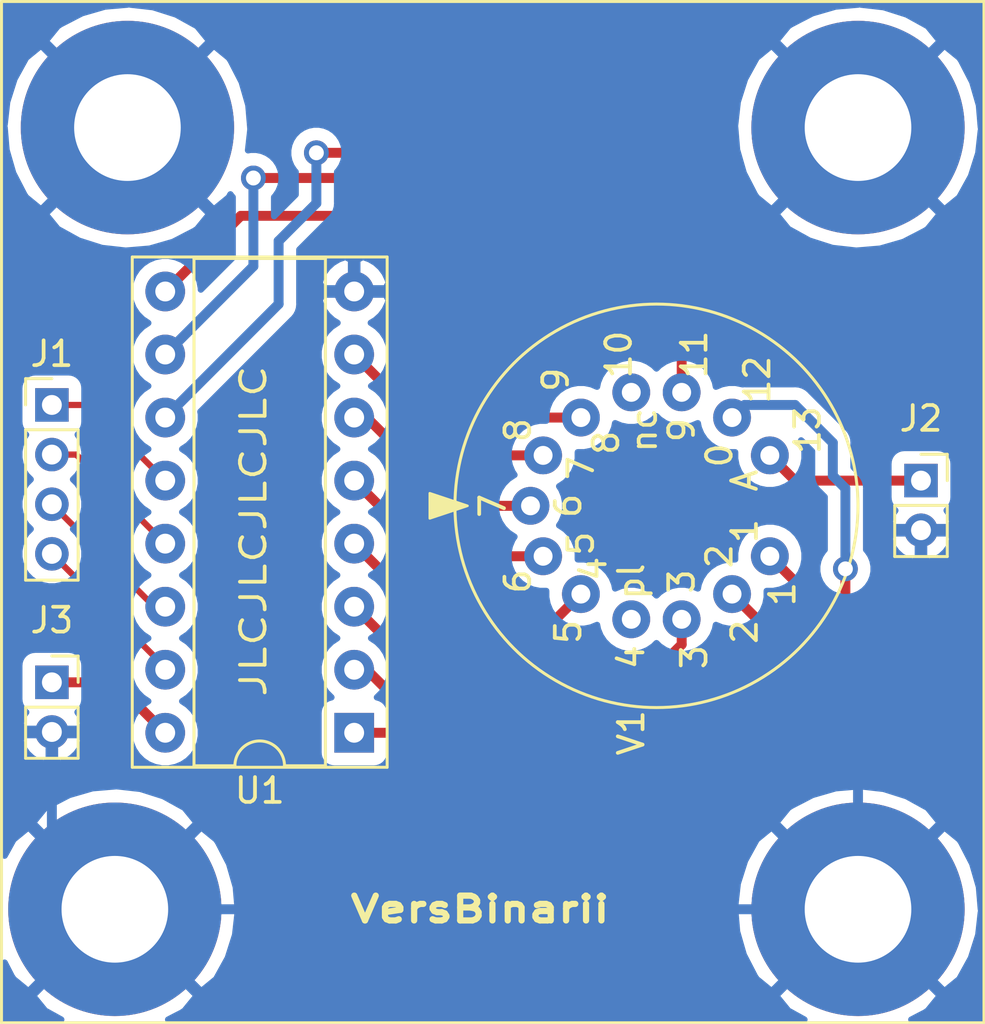
<source format=kicad_pcb>
(kicad_pcb (version 20171130) (host pcbnew 5.1.9)

  (general
    (thickness 1.6)
    (drawings 6)
    (tracks 89)
    (zones 0)
    (modules 9)
    (nets 20)
  )

  (page A4)
  (layers
    (0 F.Cu signal)
    (31 B.Cu signal)
    (32 B.Adhes user)
    (33 F.Adhes user)
    (34 B.Paste user)
    (35 F.Paste user)
    (36 B.SilkS user)
    (37 F.SilkS user)
    (38 B.Mask user)
    (39 F.Mask user)
    (40 Dwgs.User user)
    (41 Cmts.User user)
    (42 Eco1.User user)
    (43 Eco2.User user)
    (44 Edge.Cuts user)
    (45 Margin user)
    (46 B.CrtYd user)
    (47 F.CrtYd user)
    (48 B.Fab user)
    (49 F.Fab user hide)
  )

  (setup
    (last_trace_width 0.4)
    (user_trace_width 0.4)
    (user_trace_width 1)
    (trace_clearance 0.2)
    (zone_clearance 0.508)
    (zone_45_only no)
    (trace_min 0.2)
    (via_size 0.8)
    (via_drill 0.4)
    (via_min_size 0.4)
    (via_min_drill 0.3)
    (user_via 1 0.6)
    (uvia_size 0.3)
    (uvia_drill 0.1)
    (uvias_allowed no)
    (uvia_min_size 0.2)
    (uvia_min_drill 0.1)
    (edge_width 0.05)
    (segment_width 0.2)
    (pcb_text_width 0.3)
    (pcb_text_size 1.5 1.5)
    (mod_edge_width 0.12)
    (mod_text_size 1 1)
    (mod_text_width 0.15)
    (pad_size 1.524 1.524)
    (pad_drill 0.762)
    (pad_to_mask_clearance 0)
    (aux_axis_origin 0 0)
    (visible_elements FFFFFF7F)
    (pcbplotparams
      (layerselection 0x010fc_ffffffff)
      (usegerberextensions false)
      (usegerberattributes true)
      (usegerberadvancedattributes true)
      (creategerberjobfile true)
      (excludeedgelayer true)
      (linewidth 0.100000)
      (plotframeref false)
      (viasonmask false)
      (mode 1)
      (useauxorigin false)
      (hpglpennumber 1)
      (hpglpenspeed 20)
      (hpglpendiameter 15.000000)
      (psnegative false)
      (psa4output false)
      (plotreference true)
      (plotvalue true)
      (plotinvisibletext false)
      (padsonsilk false)
      (subtractmaskfromsilk false)
      (outputformat 1)
      (mirror false)
      (drillshape 0)
      (scaleselection 1)
      (outputdirectory "gerber"))
  )

  (net 0 "")
  (net 1 "Net-(J1-Pad4)")
  (net 2 "Net-(J1-Pad3)")
  (net 3 "Net-(J1-Pad2)")
  (net 4 "Net-(J1-Pad1)")
  (net 5 GND)
  (net 6 VCC)
  (net 7 +5V)
  (net 8 "Net-(U1-Pad7)")
  (net 9 "Net-(U1-Pad6)")
  (net 10 "Net-(U1-Pad5)")
  (net 11 "Net-(U1-Pad4)")
  (net 12 "Net-(U1-Pad11)")
  (net 13 "Net-(U1-Pad3)")
  (net 14 "Net-(U1-Pad10)")
  (net 15 "Net-(U1-Pad2)")
  (net 16 "Net-(U1-Pad9)")
  (net 17 "Net-(U1-Pad1)")
  (net 18 "Net-(V1-Pad10)")
  (net 19 "Net-(V1-Pad4)")

  (net_class Default "This is the default net class."
    (clearance 0.2)
    (trace_width 0.25)
    (via_dia 0.8)
    (via_drill 0.4)
    (uvia_dia 0.3)
    (uvia_drill 0.1)
    (add_net +5V)
    (add_net GND)
    (add_net "Net-(J1-Pad1)")
    (add_net "Net-(J1-Pad2)")
    (add_net "Net-(J1-Pad3)")
    (add_net "Net-(J1-Pad4)")
    (add_net "Net-(U1-Pad1)")
    (add_net "Net-(U1-Pad10)")
    (add_net "Net-(U1-Pad11)")
    (add_net "Net-(U1-Pad2)")
    (add_net "Net-(U1-Pad3)")
    (add_net "Net-(U1-Pad4)")
    (add_net "Net-(U1-Pad5)")
    (add_net "Net-(U1-Pad6)")
    (add_net "Net-(U1-Pad7)")
    (add_net "Net-(U1-Pad9)")
    (add_net "Net-(V1-Pad10)")
    (add_net "Net-(V1-Pad4)")
    (add_net VCC)
  )

  (module Package_DIP:DIP-16_W7.62mm_Socket (layer F.Cu) (tedit 5A02E8C5) (tstamp 604864E7)
    (at 85.344 70.104 180)
    (descr "16-lead though-hole mounted DIP package, row spacing 7.62 mm (300 mils), Socket")
    (tags "THT DIP DIL PDIP 2.54mm 7.62mm 300mil Socket")
    (path /604CBEF4)
    (fp_text reference U1 (at 3.81 -2.33) (layer F.SilkS)
      (effects (font (size 1 1) (thickness 0.15)))
    )
    (fp_text value 74LS145 (at 3.81 20.11) (layer F.Fab)
      (effects (font (size 1 1) (thickness 0.15)))
    )
    (fp_text user %R (at 3.81 8.89) (layer F.Fab)
      (effects (font (size 1 1) (thickness 0.15)))
    )
    (fp_arc (start 3.81 -1.33) (end 2.81 -1.33) (angle -180) (layer F.SilkS) (width 0.12))
    (fp_line (start 1.635 -1.27) (end 6.985 -1.27) (layer F.Fab) (width 0.1))
    (fp_line (start 6.985 -1.27) (end 6.985 19.05) (layer F.Fab) (width 0.1))
    (fp_line (start 6.985 19.05) (end 0.635 19.05) (layer F.Fab) (width 0.1))
    (fp_line (start 0.635 19.05) (end 0.635 -0.27) (layer F.Fab) (width 0.1))
    (fp_line (start 0.635 -0.27) (end 1.635 -1.27) (layer F.Fab) (width 0.1))
    (fp_line (start -1.27 -1.33) (end -1.27 19.11) (layer F.Fab) (width 0.1))
    (fp_line (start -1.27 19.11) (end 8.89 19.11) (layer F.Fab) (width 0.1))
    (fp_line (start 8.89 19.11) (end 8.89 -1.33) (layer F.Fab) (width 0.1))
    (fp_line (start 8.89 -1.33) (end -1.27 -1.33) (layer F.Fab) (width 0.1))
    (fp_line (start 2.81 -1.33) (end 1.16 -1.33) (layer F.SilkS) (width 0.12))
    (fp_line (start 1.16 -1.33) (end 1.16 19.11) (layer F.SilkS) (width 0.12))
    (fp_line (start 1.16 19.11) (end 6.46 19.11) (layer F.SilkS) (width 0.12))
    (fp_line (start 6.46 19.11) (end 6.46 -1.33) (layer F.SilkS) (width 0.12))
    (fp_line (start 6.46 -1.33) (end 4.81 -1.33) (layer F.SilkS) (width 0.12))
    (fp_line (start -1.33 -1.39) (end -1.33 19.17) (layer F.SilkS) (width 0.12))
    (fp_line (start -1.33 19.17) (end 8.95 19.17) (layer F.SilkS) (width 0.12))
    (fp_line (start 8.95 19.17) (end 8.95 -1.39) (layer F.SilkS) (width 0.12))
    (fp_line (start 8.95 -1.39) (end -1.33 -1.39) (layer F.SilkS) (width 0.12))
    (fp_line (start -1.55 -1.6) (end -1.55 19.4) (layer F.CrtYd) (width 0.05))
    (fp_line (start -1.55 19.4) (end 9.15 19.4) (layer F.CrtYd) (width 0.05))
    (fp_line (start 9.15 19.4) (end 9.15 -1.6) (layer F.CrtYd) (width 0.05))
    (fp_line (start 9.15 -1.6) (end -1.55 -1.6) (layer F.CrtYd) (width 0.05))
    (pad 16 thru_hole oval (at 7.62 0 180) (size 1.6 1.6) (drill 0.8) (layers *.Cu *.Mask)
      (net 7 +5V))
    (pad 8 thru_hole oval (at 0 17.78 180) (size 1.6 1.6) (drill 0.8) (layers *.Cu *.Mask)
      (net 5 GND))
    (pad 15 thru_hole oval (at 7.62 2.54 180) (size 1.6 1.6) (drill 0.8) (layers *.Cu *.Mask)
      (net 1 "Net-(J1-Pad4)"))
    (pad 7 thru_hole oval (at 0 15.24 180) (size 1.6 1.6) (drill 0.8) (layers *.Cu *.Mask)
      (net 8 "Net-(U1-Pad7)"))
    (pad 14 thru_hole oval (at 7.62 5.08 180) (size 1.6 1.6) (drill 0.8) (layers *.Cu *.Mask)
      (net 2 "Net-(J1-Pad3)"))
    (pad 6 thru_hole oval (at 0 12.7 180) (size 1.6 1.6) (drill 0.8) (layers *.Cu *.Mask)
      (net 9 "Net-(U1-Pad6)"))
    (pad 13 thru_hole oval (at 7.62 7.62 180) (size 1.6 1.6) (drill 0.8) (layers *.Cu *.Mask)
      (net 3 "Net-(J1-Pad2)"))
    (pad 5 thru_hole oval (at 0 10.16 180) (size 1.6 1.6) (drill 0.8) (layers *.Cu *.Mask)
      (net 10 "Net-(U1-Pad5)"))
    (pad 12 thru_hole oval (at 7.62 10.16 180) (size 1.6 1.6) (drill 0.8) (layers *.Cu *.Mask)
      (net 4 "Net-(J1-Pad1)"))
    (pad 4 thru_hole oval (at 0 7.62 180) (size 1.6 1.6) (drill 0.8) (layers *.Cu *.Mask)
      (net 11 "Net-(U1-Pad4)"))
    (pad 11 thru_hole oval (at 7.62 12.7 180) (size 1.6 1.6) (drill 0.8) (layers *.Cu *.Mask)
      (net 12 "Net-(U1-Pad11)"))
    (pad 3 thru_hole oval (at 0 5.08 180) (size 1.6 1.6) (drill 0.8) (layers *.Cu *.Mask)
      (net 13 "Net-(U1-Pad3)"))
    (pad 10 thru_hole oval (at 7.62 15.24 180) (size 1.6 1.6) (drill 0.8) (layers *.Cu *.Mask)
      (net 14 "Net-(U1-Pad10)"))
    (pad 2 thru_hole oval (at 0 2.54 180) (size 1.6 1.6) (drill 0.8) (layers *.Cu *.Mask)
      (net 15 "Net-(U1-Pad2)"))
    (pad 9 thru_hole oval (at 7.62 17.78 180) (size 1.6 1.6) (drill 0.8) (layers *.Cu *.Mask)
      (net 16 "Net-(U1-Pad9)"))
    (pad 1 thru_hole rect (at 0 0 180) (size 1.6 1.6) (drill 0.8) (layers *.Cu *.Mask)
      (net 17 "Net-(U1-Pad1)"))
    (model ${KISYS3DMOD}/Package_DIP.3dshapes/DIP-16_W7.62mm_Socket.wrl
      (at (xyz 0 0 0))
      (scale (xyz 1 1 1))
      (rotate (xyz 0 0 0))
    )
  )

  (module Connector_PinSocket_2.00mm:PinSocket_1x02_P2.00mm_Vertical (layer F.Cu) (tedit 5A19A42F) (tstamp 604864BB)
    (at 73.152 68.072)
    (descr "Through hole straight socket strip, 1x02, 2.00mm pitch, single row (from Kicad 4.0.7), script generated")
    (tags "Through hole socket strip THT 1x02 2.00mm single row")
    (path /6046A86F)
    (fp_text reference J3 (at 0 -2.5) (layer F.SilkS)
      (effects (font (size 1 1) (thickness 0.15)))
    )
    (fp_text value Conn_01x02 (at 0 4.5) (layer F.Fab)
      (effects (font (size 1 1) (thickness 0.15)))
    )
    (fp_text user %R (at 0 1 90) (layer F.Fab)
      (effects (font (size 1 1) (thickness 0.15)))
    )
    (fp_line (start -1 -1) (end 0.5 -1) (layer F.Fab) (width 0.1))
    (fp_line (start 0.5 -1) (end 1 -0.5) (layer F.Fab) (width 0.1))
    (fp_line (start 1 -0.5) (end 1 3) (layer F.Fab) (width 0.1))
    (fp_line (start 1 3) (end -1 3) (layer F.Fab) (width 0.1))
    (fp_line (start -1 3) (end -1 -1) (layer F.Fab) (width 0.1))
    (fp_line (start -1.06 1) (end 1.06 1) (layer F.SilkS) (width 0.12))
    (fp_line (start -1.06 1) (end -1.06 3.06) (layer F.SilkS) (width 0.12))
    (fp_line (start -1.06 3.06) (end 1.06 3.06) (layer F.SilkS) (width 0.12))
    (fp_line (start 1.06 1) (end 1.06 3.06) (layer F.SilkS) (width 0.12))
    (fp_line (start 1.06 -1.06) (end 1.06 0) (layer F.SilkS) (width 0.12))
    (fp_line (start 0 -1.06) (end 1.06 -1.06) (layer F.SilkS) (width 0.12))
    (fp_line (start -1.5 -1.5) (end 1.5 -1.5) (layer F.CrtYd) (width 0.05))
    (fp_line (start 1.5 -1.5) (end 1.5 3.5) (layer F.CrtYd) (width 0.05))
    (fp_line (start 1.5 3.5) (end -1.5 3.5) (layer F.CrtYd) (width 0.05))
    (fp_line (start -1.5 3.5) (end -1.5 -1.5) (layer F.CrtYd) (width 0.05))
    (pad 2 thru_hole oval (at 0 2) (size 1.35 1.35) (drill 0.8) (layers *.Cu *.Mask)
      (net 5 GND))
    (pad 1 thru_hole rect (at 0 0) (size 1.35 1.35) (drill 0.8) (layers *.Cu *.Mask)
      (net 7 +5V))
    (model ${KISYS3DMOD}/Connector_PinSocket_2.00mm.3dshapes/PinSocket_1x02_P2.00mm_Vertical.wrl
      (at (xyz 0 0 0))
      (scale (xyz 1 1 1))
      (rotate (xyz 0 0 0))
    )
  )

  (module Connector_PinSocket_2.00mm:PinSocket_1x02_P2.00mm_Vertical (layer F.Cu) (tedit 5A19A42F) (tstamp 604864A5)
    (at 108.204 59.944)
    (descr "Through hole straight socket strip, 1x02, 2.00mm pitch, single row (from Kicad 4.0.7), script generated")
    (tags "Through hole socket strip THT 1x02 2.00mm single row")
    (path /6046A057)
    (fp_text reference J2 (at 0 -2.5) (layer F.SilkS)
      (effects (font (size 1 1) (thickness 0.15)))
    )
    (fp_text value Conn_01x02 (at 0 4.5) (layer F.Fab)
      (effects (font (size 1 1) (thickness 0.15)))
    )
    (fp_text user %R (at 0 1 90) (layer F.Fab)
      (effects (font (size 1 1) (thickness 0.15)))
    )
    (fp_line (start -1 -1) (end 0.5 -1) (layer F.Fab) (width 0.1))
    (fp_line (start 0.5 -1) (end 1 -0.5) (layer F.Fab) (width 0.1))
    (fp_line (start 1 -0.5) (end 1 3) (layer F.Fab) (width 0.1))
    (fp_line (start 1 3) (end -1 3) (layer F.Fab) (width 0.1))
    (fp_line (start -1 3) (end -1 -1) (layer F.Fab) (width 0.1))
    (fp_line (start -1.06 1) (end 1.06 1) (layer F.SilkS) (width 0.12))
    (fp_line (start -1.06 1) (end -1.06 3.06) (layer F.SilkS) (width 0.12))
    (fp_line (start -1.06 3.06) (end 1.06 3.06) (layer F.SilkS) (width 0.12))
    (fp_line (start 1.06 1) (end 1.06 3.06) (layer F.SilkS) (width 0.12))
    (fp_line (start 1.06 -1.06) (end 1.06 0) (layer F.SilkS) (width 0.12))
    (fp_line (start 0 -1.06) (end 1.06 -1.06) (layer F.SilkS) (width 0.12))
    (fp_line (start -1.5 -1.5) (end 1.5 -1.5) (layer F.CrtYd) (width 0.05))
    (fp_line (start 1.5 -1.5) (end 1.5 3.5) (layer F.CrtYd) (width 0.05))
    (fp_line (start 1.5 3.5) (end -1.5 3.5) (layer F.CrtYd) (width 0.05))
    (fp_line (start -1.5 3.5) (end -1.5 -1.5) (layer F.CrtYd) (width 0.05))
    (pad 2 thru_hole oval (at 0 2) (size 1.35 1.35) (drill 0.8) (layers *.Cu *.Mask)
      (net 5 GND))
    (pad 1 thru_hole rect (at 0 0) (size 1.35 1.35) (drill 0.8) (layers *.Cu *.Mask)
      (net 6 VCC))
    (model ${KISYS3DMOD}/Connector_PinSocket_2.00mm.3dshapes/PinSocket_1x02_P2.00mm_Vertical.wrl
      (at (xyz 0 0 0))
      (scale (xyz 1 1 1))
      (rotate (xyz 0 0 0))
    )
  )

  (module nixie_footprint:nixie_z574m (layer F.Cu) (tedit 6045EC0A) (tstamp 6048784D)
    (at 97.536 60.96 90)
    (path /6046432A)
    (fp_text reference V1 (at -9.144 -1.016 90) (layer F.SilkS)
      (effects (font (size 1 1) (thickness 0.15)))
    )
    (fp_text value Z574M (at -0.508 -10.16 90) (layer F.Fab)
      (effects (font (size 1 1) (thickness 0.15)))
    )
    (fp_text user A (at 1.016 3.556 90) (layer F.SilkS)
      (effects (font (size 1 1) (thickness 0.15)))
    )
    (fp_text user 0 (at 2.032 2.54 90) (layer F.SilkS)
      (effects (font (size 1 1) (thickness 0.15)))
    )
    (fp_text user 9 (at 3.048 1.016 90) (layer F.SilkS)
      (effects (font (size 1 1) (thickness 0.15)))
    )
    (fp_text user nc (at 3.048 -0.508 90) (layer F.SilkS)
      (effects (font (size 1 1) (thickness 0.15)))
    )
    (fp_text user 8 (at 2.54 -2.032 90) (layer F.SilkS)
      (effects (font (size 1 1) (thickness 0.15)))
    )
    (fp_text user 7 (at 1.524 -3.048 90) (layer F.SilkS)
      (effects (font (size 1 1) (thickness 0.15)))
    )
    (fp_text user 6 (at 0 -3.556 90) (layer F.SilkS)
      (effects (font (size 1 1) (thickness 0.15)))
    )
    (fp_text user 5 (at -1.524 -3.048 90) (layer F.SilkS)
      (effects (font (size 1 1) (thickness 0.15)))
    )
    (fp_text user 4 (at -2.54 -2.54 90) (layer F.SilkS)
      (effects (font (size 1 1) (thickness 0.15)))
    )
    (fp_text user pl (at -3.048 -1.016 90) (layer F.SilkS)
      (effects (font (size 1 1) (thickness 0.15)))
    )
    (fp_text user 3 (at -3.048 1.016 90) (layer F.SilkS)
      (effects (font (size 1 1) (thickness 0.15)))
    )
    (fp_text user 2 (at -2.032 2.54 90) (layer F.SilkS)
      (effects (font (size 1 1) (thickness 0.15)))
    )
    (fp_text user 1 (at -1.016 3.556 90) (layer F.SilkS)
      (effects (font (size 1 1) (thickness 0.15)))
    )
    (fp_text user 13 (at 3.048 6.096 90) (layer F.SilkS)
      (effects (font (size 1 1) (thickness 0.15)))
    )
    (fp_text user 12 (at 5.08 4.064 90) (layer F.SilkS)
      (effects (font (size 1 1) (thickness 0.15)))
    )
    (fp_text user 11 (at 6.096 1.524 90) (layer F.SilkS)
      (effects (font (size 1 1) (thickness 0.15)))
    )
    (fp_text user 10 (at 6.096 -1.524 90) (layer F.SilkS)
      (effects (font (size 1 1) (thickness 0.15)))
    )
    (fp_text user 9 (at 5.08 -4.064 90) (layer F.SilkS)
      (effects (font (size 1 1) (thickness 0.15)))
    )
    (fp_text user 8 (at 3.048 -5.588 90) (layer F.SilkS)
      (effects (font (size 1 1) (thickness 0.15)))
    )
    (fp_text user 7 (at 0 -6.604 90) (layer F.SilkS)
      (effects (font (size 1 1) (thickness 0.15)))
    )
    (fp_text user 6 (at -3.048 -5.588 90) (layer F.SilkS)
      (effects (font (size 1 1) (thickness 0.15)))
    )
    (fp_text user 5 (at -5.08 -3.556 90) (layer F.SilkS)
      (effects (font (size 1 1) (thickness 0.15)))
    )
    (fp_text user 4 (at -6.096 -1.016 90) (layer F.SilkS)
      (effects (font (size 1 1) (thickness 0.15)))
    )
    (fp_text user 3 (at -6.096 1.524 90) (layer F.SilkS)
      (effects (font (size 1 1) (thickness 0.15)))
    )
    (fp_text user 2 (at -5.08 3.556 90) (layer F.SilkS)
      (effects (font (size 1 1) (thickness 0.15)))
    )
    (fp_text user 1 (at -3.556 5.08 90) (layer F.SilkS)
      (effects (font (size 1 1) (thickness 0.15)))
    )
    (fp_circle (center 0 0) (end 8.128 0) (layer F.SilkS) (width 0.12))
    (fp_poly (pts (xy 0 -7.62) (xy -0.508 -9.144) (xy 0.508 -9.144)) (layer F.SilkS) (width 0.1))
    (pad 12 thru_hole circle (at 3.556 3.048 90) (size 1.524 1.524) (drill 0.762) (layers *.Cu *.Mask)
      (net 17 "Net-(U1-Pad1)"))
    (pad 11 thru_hole circle (at 4.572 1.016 90) (size 1.524 1.524) (drill 0.762) (layers *.Cu *.Mask)
      (net 12 "Net-(U1-Pad11)"))
    (pad 10 thru_hole circle (at 4.572 -1.016 90) (size 1.524 1.524) (drill 0.762) (layers *.Cu *.Mask)
      (net 18 "Net-(V1-Pad10)"))
    (pad 9 thru_hole circle (at 3.556 -3.048 90) (size 1.524 1.524) (drill 0.762) (layers *.Cu *.Mask)
      (net 14 "Net-(U1-Pad10)"))
    (pad 8 thru_hole circle (at 2.032 -4.572 90) (size 1.524 1.524) (drill 0.762) (layers *.Cu *.Mask)
      (net 16 "Net-(U1-Pad9)"))
    (pad 7 thru_hole circle (at 0 -5.08 90) (size 1.524 1.524) (drill 0.762) (layers *.Cu *.Mask)
      (net 8 "Net-(U1-Pad7)"))
    (pad 6 thru_hole circle (at -2.032 -4.572 90) (size 1.524 1.524) (drill 0.762) (layers *.Cu *.Mask)
      (net 9 "Net-(U1-Pad6)"))
    (pad 5 thru_hole circle (at -3.556 -3.048 90) (size 1.524 1.524) (drill 0.762) (layers *.Cu *.Mask)
      (net 10 "Net-(U1-Pad5)"))
    (pad 4 thru_hole circle (at -4.572 -1.016 90) (size 1.524 1.524) (drill 0.762) (layers *.Cu *.Mask)
      (net 19 "Net-(V1-Pad4)"))
    (pad 3 thru_hole circle (at -4.572 1.016 90) (size 1.524 1.524) (drill 0.762) (layers *.Cu *.Mask)
      (net 11 "Net-(U1-Pad4)"))
    (pad 2 thru_hole circle (at -3.556 3.048 90) (size 1.524 1.524) (drill 0.762) (layers *.Cu *.Mask)
      (net 13 "Net-(U1-Pad3)"))
    (pad 1 thru_hole circle (at -2.032 4.572 90) (size 1.524 1.524) (drill 0.762) (layers *.Cu *.Mask)
      (net 15 "Net-(U1-Pad2)"))
    (pad 13 thru_hole circle (at 2.032 4.572 90) (size 1.524 1.524) (drill 0.762) (layers *.Cu *.Mask)
      (net 6 VCC))
  )

  (module MountingHole:MountingHole_4.3mm_M4_Pad (layer F.Cu) (tedit 56D1B4CB) (tstamp 60487095)
    (at 75.692 77.216)
    (descr "Mounting Hole 4.3mm, M4")
    (tags "mounting hole 4.3mm m4")
    (path /604F9262)
    (attr virtual)
    (fp_text reference H4 (at 0 -5.3) (layer F.SilkS) hide
      (effects (font (size 1 1) (thickness 0.15)))
    )
    (fp_text value MountingHole_Pad (at 0 5.3) (layer F.Fab) hide
      (effects (font (size 1 1) (thickness 0.15)))
    )
    (fp_text user %R (at 0.3 0) (layer F.Fab)
      (effects (font (size 1 1) (thickness 0.15)))
    )
    (fp_circle (center 0 0) (end 4.3 0) (layer Cmts.User) (width 0.15))
    (fp_circle (center 0 0) (end 4.55 0) (layer F.CrtYd) (width 0.05))
    (pad 1 thru_hole circle (at 0 0) (size 8.6 8.6) (drill 4.3) (layers *.Cu *.Mask)
      (net 5 GND))
  )

  (module MountingHole:MountingHole_4.3mm_M4_Pad (layer F.Cu) (tedit 56D1B4CB) (tstamp 6048708D)
    (at 105.664 77.216)
    (descr "Mounting Hole 4.3mm, M4")
    (tags "mounting hole 4.3mm m4")
    (path /604F8D53)
    (attr virtual)
    (fp_text reference H3 (at 0 -5.3) (layer F.SilkS) hide
      (effects (font (size 1 1) (thickness 0.15)))
    )
    (fp_text value MountingHole_Pad (at 0 5.3) (layer F.Fab) hide
      (effects (font (size 1 1) (thickness 0.15)))
    )
    (fp_text user %R (at 0.3 0) (layer F.Fab)
      (effects (font (size 1 1) (thickness 0.15)))
    )
    (fp_circle (center 0 0) (end 4.3 0) (layer Cmts.User) (width 0.15))
    (fp_circle (center 0 0) (end 4.55 0) (layer F.CrtYd) (width 0.05))
    (pad 1 thru_hole circle (at 0 0) (size 8.6 8.6) (drill 4.3) (layers *.Cu *.Mask)
      (net 5 GND))
  )

  (module MountingHole:MountingHole_4.3mm_M4_Pad (layer F.Cu) (tedit 56D1B4CB) (tstamp 60487254)
    (at 105.664 45.72)
    (descr "Mounting Hole 4.3mm, M4")
    (tags "mounting hole 4.3mm m4")
    (path /604F95D0)
    (attr virtual)
    (fp_text reference H2 (at 0 -5.3) (layer F.SilkS) hide
      (effects (font (size 1 1) (thickness 0.15)))
    )
    (fp_text value MountingHole_Pad (at 0 5.3) (layer F.Fab) hide
      (effects (font (size 1 1) (thickness 0.15)))
    )
    (fp_text user %R (at 0.3 0) (layer F.Fab)
      (effects (font (size 1 1) (thickness 0.15)))
    )
    (fp_circle (center 0 0) (end 4.3 0) (layer Cmts.User) (width 0.15))
    (fp_circle (center 0 0) (end 4.55 0) (layer F.CrtYd) (width 0.05))
    (pad 1 thru_hole circle (at 0 0) (size 8.6 8.6) (drill 4.3) (layers *.Cu *.Mask)
      (net 5 GND))
  )

  (module MountingHole:MountingHole_4.3mm_M4_Pad (layer F.Cu) (tedit 56D1B4CB) (tstamp 6048707D)
    (at 76.2 45.72)
    (descr "Mounting Hole 4.3mm, M4")
    (tags "mounting hole 4.3mm m4")
    (path /604F9BF0)
    (attr virtual)
    (fp_text reference H1 (at 0 -5.3) (layer F.SilkS) hide
      (effects (font (size 1 1) (thickness 0.15)))
    )
    (fp_text value MountingHole_Pad (at 0 5.3) (layer F.Fab) hide
      (effects (font (size 1 1) (thickness 0.15)))
    )
    (fp_text user %R (at 0.3 0) (layer F.Fab)
      (effects (font (size 1 1) (thickness 0.15)))
    )
    (fp_circle (center 0 0) (end 4.3 0) (layer Cmts.User) (width 0.15))
    (fp_circle (center 0 0) (end 4.55 0) (layer F.CrtYd) (width 0.05))
    (pad 1 thru_hole circle (at 0 0) (size 8.6 8.6) (drill 4.3) (layers *.Cu *.Mask)
      (net 5 GND))
  )

  (module Connector_PinHeader_2.00mm:PinHeader_1x04_P2.00mm_Vertical (layer F.Cu) (tedit 59FED667) (tstamp 6048693C)
    (at 73.152 56.896)
    (descr "Through hole straight pin header, 1x04, 2.00mm pitch, single row")
    (tags "Through hole pin header THT 1x04 2.00mm single row")
    (path /604693BF)
    (fp_text reference J1 (at 0 -2.06) (layer F.SilkS)
      (effects (font (size 1 1) (thickness 0.15)))
    )
    (fp_text value Conn_01x04 (at 0 8.06) (layer F.Fab)
      (effects (font (size 1 1) (thickness 0.15)))
    )
    (fp_text user %R (at 0 3 90) (layer F.Fab)
      (effects (font (size 1 1) (thickness 0.15)))
    )
    (fp_line (start -0.5 -1) (end 1 -1) (layer F.Fab) (width 0.1))
    (fp_line (start 1 -1) (end 1 7) (layer F.Fab) (width 0.1))
    (fp_line (start 1 7) (end -1 7) (layer F.Fab) (width 0.1))
    (fp_line (start -1 7) (end -1 -0.5) (layer F.Fab) (width 0.1))
    (fp_line (start -1 -0.5) (end -0.5 -1) (layer F.Fab) (width 0.1))
    (fp_line (start -1.06 7.06) (end 1.06 7.06) (layer F.SilkS) (width 0.12))
    (fp_line (start -1.06 1) (end -1.06 7.06) (layer F.SilkS) (width 0.12))
    (fp_line (start 1.06 1) (end 1.06 7.06) (layer F.SilkS) (width 0.12))
    (fp_line (start -1.06 1) (end 1.06 1) (layer F.SilkS) (width 0.12))
    (fp_line (start -1.06 0) (end -1.06 -1.06) (layer F.SilkS) (width 0.12))
    (fp_line (start -1.06 -1.06) (end 0 -1.06) (layer F.SilkS) (width 0.12))
    (fp_line (start -1.5 -1.5) (end -1.5 7.5) (layer F.CrtYd) (width 0.05))
    (fp_line (start -1.5 7.5) (end 1.5 7.5) (layer F.CrtYd) (width 0.05))
    (fp_line (start 1.5 7.5) (end 1.5 -1.5) (layer F.CrtYd) (width 0.05))
    (fp_line (start 1.5 -1.5) (end -1.5 -1.5) (layer F.CrtYd) (width 0.05))
    (pad 4 thru_hole oval (at 0 6) (size 1.35 1.35) (drill 0.8) (layers *.Cu *.Mask)
      (net 1 "Net-(J1-Pad4)"))
    (pad 3 thru_hole oval (at 0 4) (size 1.35 1.35) (drill 0.8) (layers *.Cu *.Mask)
      (net 2 "Net-(J1-Pad3)"))
    (pad 2 thru_hole oval (at 0 2) (size 1.35 1.35) (drill 0.8) (layers *.Cu *.Mask)
      (net 3 "Net-(J1-Pad2)"))
    (pad 1 thru_hole rect (at 0 0) (size 1.35 1.35) (drill 0.8) (layers *.Cu *.Mask)
      (net 4 "Net-(J1-Pad1)"))
    (model ${KISYS3DMOD}/Connector_PinHeader_2.00mm.3dshapes/PinHeader_1x04_P2.00mm_Vertical.wrl
      (at (xyz 0 0 0))
      (scale (xyz 1 1 1))
      (rotate (xyz 0 0 0))
    )
  )

  (gr_text JLCJLCJLCJLC (at 81.28 61.976 90) (layer F.SilkS)
    (effects (font (size 1 1.3) (thickness 0.15)))
  )
  (gr_text VersBinarii (at 90.424 77.216) (layer F.SilkS)
    (effects (font (size 1 1.3) (thickness 0.25)))
  )
  (gr_line (start 71.12 81.788) (end 71.12 40.64) (layer F.SilkS) (width 0.12) (tstamp 60487F0E))
  (gr_line (start 110.744 81.788) (end 71.12 81.788) (layer F.SilkS) (width 0.12))
  (gr_line (start 110.744 40.64) (end 110.744 81.788) (layer F.SilkS) (width 0.12))
  (gr_line (start 71.12 40.64) (end 110.744 40.64) (layer F.SilkS) (width 0.12))

  (segment (start 77.724 67.468) (end 77.724 67.564) (width 0.25) (layer F.Cu) (net 1))
  (segment (start 73.152 62.896) (end 77.724 67.468) (width 0.25) (layer F.Cu) (net 1))
  (segment (start 77.28 65.024) (end 77.724 65.024) (width 0.25) (layer F.Cu) (net 2))
  (segment (start 73.152 60.896) (end 77.28 65.024) (width 0.25) (layer F.Cu) (net 2))
  (segment (start 74.136 58.896) (end 77.724 62.484) (width 0.25) (layer F.Cu) (net 3))
  (segment (start 73.152 58.896) (end 74.136 58.896) (width 0.25) (layer F.Cu) (net 3))
  (segment (start 74.676 56.896) (end 77.724 59.944) (width 0.25) (layer F.Cu) (net 4))
  (segment (start 73.152 56.896) (end 74.676 56.896) (width 0.25) (layer F.Cu) (net 4))
  (segment (start 73.152 74.676) (end 75.692 77.216) (width 0.4) (layer B.Cu) (net 5))
  (segment (start 73.152 70.072) (end 73.152 74.676) (width 0.4) (layer B.Cu) (net 5))
  (segment (start 75.692 77.216) (end 105.664 77.216) (width 0.4) (layer B.Cu) (net 5))
  (segment (start 108.204 67.056) (end 108.204 61.944) (width 0.4) (layer B.Cu) (net 5))
  (segment (start 105.664 69.596) (end 108.204 67.056) (width 0.4) (layer B.Cu) (net 5))
  (segment (start 105.664 77.216) (end 105.664 69.596) (width 0.4) (layer B.Cu) (net 5))
  (segment (start 103.124 59.944) (end 102.108 58.928) (width 0.4) (layer F.Cu) (net 6))
  (segment (start 108.204 59.944) (end 103.124 59.944) (width 0.4) (layer F.Cu) (net 6))
  (segment (start 75.692 68.072) (end 77.724 70.104) (width 0.4) (layer F.Cu) (net 7))
  (segment (start 73.152 68.072) (end 75.692 68.072) (width 0.4) (layer F.Cu) (net 7))
  (segment (start 92.456 60.96) (end 90.932 60.96) (width 0.4) (layer F.Cu) (net 8))
  (segment (start 90.932 60.96) (end 87.376 57.404) (width 0.4) (layer F.Cu) (net 8))
  (segment (start 87.376 57.404) (end 87.376 56.896) (width 0.4) (layer F.Cu) (net 8))
  (segment (start 87.376 56.896) (end 85.344 54.864) (width 0.4) (layer F.Cu) (net 8))
  (segment (start 85.852 57.404) (end 85.344 57.404) (width 0.4) (layer F.Cu) (net 9))
  (segment (start 89.408 60.96) (end 85.852 57.404) (width 0.4) (layer F.Cu) (net 9))
  (segment (start 89.408 62.484) (end 89.408 60.96) (width 0.4) (layer F.Cu) (net 9))
  (segment (start 89.916 62.992) (end 89.408 62.484) (width 0.4) (layer F.Cu) (net 9))
  (segment (start 92.964 62.992) (end 89.916 62.992) (width 0.4) (layer F.Cu) (net 9))
  (segment (start 87.884 61.468) (end 86.868 61.468) (width 0.4) (layer F.Cu) (net 10))
  (segment (start 87.884 64.008) (end 87.884 61.468) (width 0.4) (layer F.Cu) (net 10))
  (segment (start 86.868 61.468) (end 85.344 59.944) (width 0.4) (layer F.Cu) (net 10))
  (segment (start 89.408 65.532) (end 87.884 64.008) (width 0.4) (layer F.Cu) (net 10))
  (segment (start 93.472 65.532) (end 89.408 65.532) (width 0.4) (layer F.Cu) (net 10))
  (segment (start 94.488 64.516) (end 93.472 65.532) (width 0.4) (layer F.Cu) (net 10))
  (segment (start 86.868 64.008) (end 85.344 62.484) (width 0.4) (layer F.Cu) (net 11))
  (segment (start 86.868 64.516) (end 86.868 64.008) (width 0.4) (layer F.Cu) (net 11))
  (segment (start 88.9 66.548) (end 86.868 64.516) (width 0.4) (layer F.Cu) (net 11))
  (segment (start 88.9 67.056) (end 88.9 66.548) (width 0.4) (layer F.Cu) (net 11))
  (segment (start 98.044 67.056) (end 88.9 67.056) (width 0.4) (layer F.Cu) (net 11))
  (segment (start 98.552 66.548) (end 98.044 67.056) (width 0.4) (layer F.Cu) (net 11))
  (segment (start 98.552 65.532) (end 98.552 66.548) (width 0.4) (layer F.Cu) (net 11))
  (segment (start 98.552 56.388) (end 98.552 54.864) (width 0.4) (layer F.Cu) (net 12))
  (segment (start 98.552 54.864) (end 97.028 53.34) (width 0.4) (layer F.Cu) (net 12))
  (segment (start 97.028 53.34) (end 90.932 53.34) (width 0.4) (layer F.Cu) (net 12))
  (segment (start 90.932 53.34) (end 90.932 50.292) (width 0.4) (layer F.Cu) (net 12))
  (segment (start 90.932 50.292) (end 87.376 46.736) (width 0.4) (layer F.Cu) (net 12))
  (segment (start 87.376 46.736) (end 83.82 46.736) (width 0.4) (layer F.Cu) (net 12))
  (segment (start 83.82 46.736) (end 83.82 46.736) (width 0.4) (layer F.Cu) (net 12) (tstamp 60487F6A))
  (via (at 83.82 46.736) (size 1) (drill 0.6) (layers F.Cu B.Cu) (net 12))
  (segment (start 83.82 46.736) (end 83.82 48.768) (width 0.4) (layer B.Cu) (net 12))
  (segment (start 83.82 48.768) (end 82.296 50.292) (width 0.4) (layer B.Cu) (net 12))
  (segment (start 82.296 52.832) (end 77.724 57.404) (width 0.4) (layer B.Cu) (net 12))
  (segment (start 82.296 50.292) (end 82.296 52.832) (width 0.4) (layer B.Cu) (net 12))
  (segment (start 88.392 68.072) (end 85.344 65.024) (width 0.4) (layer F.Cu) (net 13))
  (segment (start 102.108 67.056) (end 101.092 68.072) (width 0.4) (layer F.Cu) (net 13))
  (segment (start 102.108 66.04) (end 102.108 67.056) (width 0.4) (layer F.Cu) (net 13))
  (segment (start 101.092 68.072) (end 88.392 68.072) (width 0.4) (layer F.Cu) (net 13))
  (segment (start 100.584 64.516) (end 102.108 66.04) (width 0.4) (layer F.Cu) (net 13))
  (segment (start 94.488 57.404) (end 92.964 57.404) (width 0.4) (layer F.Cu) (net 14))
  (segment (start 92.964 57.404) (end 89.408 53.848) (width 0.4) (layer F.Cu) (net 14))
  (segment (start 89.408 53.848) (end 89.408 50.8) (width 0.4) (layer F.Cu) (net 14))
  (segment (start 89.408 50.8) (end 86.36 47.752) (width 0.4) (layer F.Cu) (net 14))
  (segment (start 86.36 47.752) (end 81.28 47.752) (width 0.4) (layer F.Cu) (net 14))
  (segment (start 81.28 47.752) (end 81.28 47.752) (width 0.4) (layer F.Cu) (net 14) (tstamp 60487F68))
  (via (at 81.28 47.752) (size 1) (drill 0.6) (layers F.Cu B.Cu) (net 14))
  (segment (start 81.28 51.308) (end 77.724 54.864) (width 0.4) (layer B.Cu) (net 14))
  (segment (start 81.28 47.752) (end 81.28 51.308) (width 0.4) (layer B.Cu) (net 14))
  (segment (start 85.852 67.564) (end 85.344 67.564) (width 0.4) (layer F.Cu) (net 15))
  (segment (start 101.6 69.088) (end 87.376 69.088) (width 0.4) (layer F.Cu) (net 15))
  (segment (start 104.14 66.548) (end 101.6 69.088) (width 0.4) (layer F.Cu) (net 15))
  (segment (start 104.14 65.024) (end 104.14 66.548) (width 0.4) (layer F.Cu) (net 15))
  (segment (start 87.376 69.088) (end 85.852 67.564) (width 0.4) (layer F.Cu) (net 15))
  (segment (start 102.108 62.992) (end 104.14 65.024) (width 0.4) (layer F.Cu) (net 15))
  (segment (start 80.772 49.276) (end 77.724 52.324) (width 0.4) (layer F.Cu) (net 16))
  (segment (start 86.36 49.276) (end 80.772 49.276) (width 0.4) (layer F.Cu) (net 16))
  (segment (start 87.376 50.292) (end 86.36 49.276) (width 0.4) (layer F.Cu) (net 16))
  (segment (start 87.376 54.864) (end 87.376 50.292) (width 0.4) (layer F.Cu) (net 16))
  (segment (start 91.44 58.928) (end 87.376 54.864) (width 0.4) (layer F.Cu) (net 16))
  (segment (start 92.964 58.928) (end 91.44 58.928) (width 0.4) (layer F.Cu) (net 16))
  (segment (start 105.156 63.5) (end 105.156 63.5) (width 0.4) (layer F.Cu) (net 17) (tstamp 60487F2A))
  (via (at 105.156 63.5) (size 1) (drill 0.6) (layers F.Cu B.Cu) (net 17))
  (segment (start 105.156 60.256238) (end 104.648 59.748238) (width 0.4) (layer B.Cu) (net 17))
  (segment (start 105.156 63.5) (end 105.156 60.256238) (width 0.4) (layer B.Cu) (net 17))
  (segment (start 104.648 59.748238) (end 104.648 58.42) (width 0.4) (layer B.Cu) (net 17))
  (segment (start 104.648 58.42) (end 103.124 56.896) (width 0.4) (layer B.Cu) (net 17))
  (segment (start 101.092 56.896) (end 100.584 57.404) (width 0.4) (layer B.Cu) (net 17))
  (segment (start 103.124 56.896) (end 101.092 56.896) (width 0.4) (layer B.Cu) (net 17))
  (segment (start 105.156 67.056) (end 105.156 63.5) (width 0.4) (layer F.Cu) (net 17))
  (segment (start 102.108 70.104) (end 105.156 67.056) (width 0.4) (layer F.Cu) (net 17))
  (segment (start 85.344 70.104) (end 102.108 70.104) (width 0.4) (layer F.Cu) (net 17))

  (zone (net 5) (net_name GND) (layer B.Cu) (tstamp 604880AA) (hatch edge 0.508)
    (connect_pads (clearance 0.508))
    (min_thickness 0.254)
    (fill yes (arc_segments 32) (thermal_gap 0.508) (thermal_bridge_width 0.508))
    (polygon
      (pts
        (xy 110.744 81.788) (xy 71.12 81.788) (xy 71.12 40.64) (xy 110.744 40.64)
      )
    )
    (filled_polygon
      (pts
        (xy 75.299079 40.843649) (xy 74.365062 41.113107) (xy 73.50156 41.559606) (xy 73.388946 41.634851) (xy 72.896787 42.237182)
        (xy 76.2 45.540395) (xy 79.503213 42.237182) (xy 79.011054 41.634851) (xy 78.160067 41.164937) (xy 77.233757 40.870071)
        (xy 76.31593 40.767) (xy 105.667814 40.767) (xy 104.763079 40.843649) (xy 103.829062 41.113107) (xy 102.96556 41.559606)
        (xy 102.852946 41.634851) (xy 102.360787 42.237182) (xy 105.664 45.540395) (xy 108.967213 42.237182) (xy 108.475054 41.634851)
        (xy 107.624067 41.164937) (xy 106.697757 40.870071) (xy 105.77993 40.767) (xy 110.617 40.767) (xy 110.617 45.723814)
        (xy 110.540351 44.819079) (xy 110.270893 43.885062) (xy 109.824394 43.02156) (xy 109.749149 42.908946) (xy 109.146818 42.416787)
        (xy 105.843605 45.72) (xy 109.146818 49.023213) (xy 109.749149 48.531054) (xy 110.219063 47.680067) (xy 110.513929 46.753757)
        (xy 110.617 45.83593) (xy 110.617 77.219814) (xy 110.540351 76.315079) (xy 110.270893 75.381062) (xy 109.824394 74.51756)
        (xy 109.749149 74.404946) (xy 109.146818 73.912787) (xy 105.843605 77.216) (xy 109.146818 80.519213) (xy 109.749149 80.027054)
        (xy 110.219063 79.176067) (xy 110.513929 78.249757) (xy 110.617 77.33193) (xy 110.617 81.661) (xy 107.812029 81.661)
        (xy 108.36244 81.376394) (xy 108.475054 81.301149) (xy 108.967213 80.698818) (xy 105.664 77.395605) (xy 102.360787 80.698818)
        (xy 102.852946 81.301149) (xy 103.504615 81.661) (xy 77.840029 81.661) (xy 78.39044 81.376394) (xy 78.503054 81.301149)
        (xy 78.995213 80.698818) (xy 75.692 77.395605) (xy 72.388787 80.698818) (xy 72.880946 81.301149) (xy 73.532615 81.661)
        (xy 71.247 81.661) (xy 71.247 79.364029) (xy 71.531606 79.91444) (xy 71.606851 80.027054) (xy 72.209182 80.519213)
        (xy 75.512395 77.216) (xy 75.871605 77.216) (xy 79.174818 80.519213) (xy 79.777149 80.027054) (xy 80.247063 79.176067)
        (xy 80.541929 78.249757) (xy 80.650414 77.283719) (xy 80.63894 77.148281) (xy 100.705586 77.148281) (xy 100.787649 78.116921)
        (xy 101.057107 79.050938) (xy 101.503606 79.91444) (xy 101.578851 80.027054) (xy 102.181182 80.519213) (xy 105.484395 77.216)
        (xy 102.181182 73.912787) (xy 101.578851 74.404946) (xy 101.108937 75.255933) (xy 100.814071 76.182243) (xy 100.705586 77.148281)
        (xy 80.63894 77.148281) (xy 80.568351 76.315079) (xy 80.298893 75.381062) (xy 79.852394 74.51756) (xy 79.777149 74.404946)
        (xy 79.174818 73.912787) (xy 75.871605 77.216) (xy 75.512395 77.216) (xy 72.209182 73.912787) (xy 71.606851 74.404946)
        (xy 71.247 75.056615) (xy 71.247 73.733182) (xy 72.388787 73.733182) (xy 75.692 77.036395) (xy 78.995213 73.733182)
        (xy 102.360787 73.733182) (xy 105.664 77.036395) (xy 108.967213 73.733182) (xy 108.475054 73.130851) (xy 107.624067 72.660937)
        (xy 106.697757 72.366071) (xy 105.731719 72.257586) (xy 104.763079 72.339649) (xy 103.829062 72.609107) (xy 102.96556 73.055606)
        (xy 102.852946 73.130851) (xy 102.360787 73.733182) (xy 78.995213 73.733182) (xy 78.503054 73.130851) (xy 77.652067 72.660937)
        (xy 76.725757 72.366071) (xy 75.759719 72.257586) (xy 74.791079 72.339649) (xy 73.857062 72.609107) (xy 72.99356 73.055606)
        (xy 72.880946 73.130851) (xy 72.388787 73.733182) (xy 71.247 73.733182) (xy 71.247 70.4014) (xy 71.88409 70.4014)
        (xy 71.914762 70.502528) (xy 72.022527 70.735629) (xy 72.173697 70.943227) (xy 72.362463 71.117344) (xy 72.58157 71.251289)
        (xy 72.822599 71.339915) (xy 73.025 71.217085) (xy 73.025 70.199) (xy 73.279 70.199) (xy 73.279 71.217085)
        (xy 73.481401 71.339915) (xy 73.72243 71.251289) (xy 73.941537 71.117344) (xy 74.130303 70.943227) (xy 74.281473 70.735629)
        (xy 74.389238 70.502528) (xy 74.41991 70.4014) (xy 74.296224 70.199) (xy 73.279 70.199) (xy 73.025 70.199)
        (xy 72.007776 70.199) (xy 71.88409 70.4014) (xy 71.247 70.4014) (xy 71.247 67.397) (xy 71.838928 67.397)
        (xy 71.838928 68.747) (xy 71.851188 68.871482) (xy 71.887498 68.99118) (xy 71.946463 69.101494) (xy 72.025815 69.198185)
        (xy 72.119559 69.275119) (xy 72.022527 69.408371) (xy 71.914762 69.641472) (xy 71.88409 69.7426) (xy 72.007776 69.945)
        (xy 73.025 69.945) (xy 73.025 69.925) (xy 73.279 69.925) (xy 73.279 69.945) (xy 74.296224 69.945)
        (xy 74.41991 69.7426) (xy 74.389238 69.641472) (xy 74.281473 69.408371) (xy 74.184441 69.275119) (xy 74.278185 69.198185)
        (xy 74.357537 69.101494) (xy 74.416502 68.99118) (xy 74.452812 68.871482) (xy 74.465072 68.747) (xy 74.465072 67.397)
        (xy 74.452812 67.272518) (xy 74.416502 67.15282) (xy 74.357537 67.042506) (xy 74.278185 66.945815) (xy 74.181494 66.866463)
        (xy 74.07118 66.807498) (xy 73.951482 66.771188) (xy 73.827 66.758928) (xy 72.477 66.758928) (xy 72.352518 66.771188)
        (xy 72.23282 66.807498) (xy 72.122506 66.866463) (xy 72.025815 66.945815) (xy 71.946463 67.042506) (xy 71.887498 67.15282)
        (xy 71.851188 67.272518) (xy 71.838928 67.397) (xy 71.247 67.397) (xy 71.247 56.221) (xy 71.838928 56.221)
        (xy 71.838928 57.571) (xy 71.851188 57.695482) (xy 71.887498 57.81518) (xy 71.946463 57.925494) (xy 72.025815 58.022185)
        (xy 72.112697 58.093487) (xy 71.991093 58.275482) (xy 71.892342 58.513887) (xy 71.842 58.766976) (xy 71.842 59.025024)
        (xy 71.892342 59.278113) (xy 71.991093 59.516518) (xy 72.134456 59.731077) (xy 72.299379 59.896) (xy 72.134456 60.060923)
        (xy 71.991093 60.275482) (xy 71.892342 60.513887) (xy 71.842 60.766976) (xy 71.842 61.025024) (xy 71.892342 61.278113)
        (xy 71.991093 61.516518) (xy 72.134456 61.731077) (xy 72.299379 61.896) (xy 72.134456 62.060923) (xy 71.991093 62.275482)
        (xy 71.892342 62.513887) (xy 71.842 62.766976) (xy 71.842 63.025024) (xy 71.892342 63.278113) (xy 71.991093 63.516518)
        (xy 72.134456 63.731077) (xy 72.316923 63.913544) (xy 72.531482 64.056907) (xy 72.769887 64.155658) (xy 73.022976 64.206)
        (xy 73.281024 64.206) (xy 73.534113 64.155658) (xy 73.772518 64.056907) (xy 73.987077 63.913544) (xy 74.169544 63.731077)
        (xy 74.312907 63.516518) (xy 74.411658 63.278113) (xy 74.462 63.025024) (xy 74.462 62.766976) (xy 74.411658 62.513887)
        (xy 74.312907 62.275482) (xy 74.169544 62.060923) (xy 74.004621 61.896) (xy 74.169544 61.731077) (xy 74.312907 61.516518)
        (xy 74.411658 61.278113) (xy 74.462 61.025024) (xy 74.462 60.766976) (xy 74.411658 60.513887) (xy 74.312907 60.275482)
        (xy 74.169544 60.060923) (xy 74.004621 59.896) (xy 74.169544 59.731077) (xy 74.312907 59.516518) (xy 74.411658 59.278113)
        (xy 74.462 59.025024) (xy 74.462 58.766976) (xy 74.411658 58.513887) (xy 74.312907 58.275482) (xy 74.191303 58.093487)
        (xy 74.278185 58.022185) (xy 74.357537 57.925494) (xy 74.416502 57.81518) (xy 74.452812 57.695482) (xy 74.465072 57.571)
        (xy 74.465072 56.221) (xy 74.452812 56.096518) (xy 74.416502 55.97682) (xy 74.357537 55.866506) (xy 74.278185 55.769815)
        (xy 74.181494 55.690463) (xy 74.07118 55.631498) (xy 73.951482 55.595188) (xy 73.827 55.582928) (xy 72.477 55.582928)
        (xy 72.352518 55.595188) (xy 72.23282 55.631498) (xy 72.122506 55.690463) (xy 72.025815 55.769815) (xy 71.946463 55.866506)
        (xy 71.887498 55.97682) (xy 71.851188 56.096518) (xy 71.838928 56.221) (xy 71.247 56.221) (xy 71.247 52.182665)
        (xy 76.289 52.182665) (xy 76.289 52.465335) (xy 76.344147 52.742574) (xy 76.45232 53.003727) (xy 76.609363 53.238759)
        (xy 76.809241 53.438637) (xy 77.041759 53.594) (xy 76.809241 53.749363) (xy 76.609363 53.949241) (xy 76.45232 54.184273)
        (xy 76.344147 54.445426) (xy 76.289 54.722665) (xy 76.289 55.005335) (xy 76.344147 55.282574) (xy 76.45232 55.543727)
        (xy 76.609363 55.778759) (xy 76.809241 55.978637) (xy 77.041759 56.134) (xy 76.809241 56.289363) (xy 76.609363 56.489241)
        (xy 76.45232 56.724273) (xy 76.344147 56.985426) (xy 76.289 57.262665) (xy 76.289 57.545335) (xy 76.344147 57.822574)
        (xy 76.45232 58.083727) (xy 76.609363 58.318759) (xy 76.809241 58.518637) (xy 77.041759 58.674) (xy 76.809241 58.829363)
        (xy 76.609363 59.029241) (xy 76.45232 59.264273) (xy 76.344147 59.525426) (xy 76.289 59.802665) (xy 76.289 60.085335)
        (xy 76.344147 60.362574) (xy 76.45232 60.623727) (xy 76.609363 60.858759) (xy 76.809241 61.058637) (xy 77.041759 61.214)
        (xy 76.809241 61.369363) (xy 76.609363 61.569241) (xy 76.45232 61.804273) (xy 76.344147 62.065426) (xy 76.289 62.342665)
        (xy 76.289 62.625335) (xy 76.344147 62.902574) (xy 76.45232 63.163727) (xy 76.609363 63.398759) (xy 76.809241 63.598637)
        (xy 77.041759 63.754) (xy 76.809241 63.909363) (xy 76.609363 64.109241) (xy 76.45232 64.344273) (xy 76.344147 64.605426)
        (xy 76.289 64.882665) (xy 76.289 65.165335) (xy 76.344147 65.442574) (xy 76.45232 65.703727) (xy 76.609363 65.938759)
        (xy 76.809241 66.138637) (xy 77.041759 66.294) (xy 76.809241 66.449363) (xy 76.609363 66.649241) (xy 76.45232 66.884273)
        (xy 76.344147 67.145426) (xy 76.289 67.422665) (xy 76.289 67.705335) (xy 76.344147 67.982574) (xy 76.45232 68.243727)
        (xy 76.609363 68.478759) (xy 76.809241 68.678637) (xy 77.041759 68.834) (xy 76.809241 68.989363) (xy 76.609363 69.189241)
        (xy 76.45232 69.424273) (xy 76.344147 69.685426) (xy 76.289 69.962665) (xy 76.289 70.245335) (xy 76.344147 70.522574)
        (xy 76.45232 70.783727) (xy 76.609363 71.018759) (xy 76.809241 71.218637) (xy 77.044273 71.37568) (xy 77.305426 71.483853)
        (xy 77.582665 71.539) (xy 77.865335 71.539) (xy 78.142574 71.483853) (xy 78.403727 71.37568) (xy 78.638759 71.218637)
        (xy 78.838637 71.018759) (xy 78.99568 70.783727) (xy 79.103853 70.522574) (xy 79.159 70.245335) (xy 79.159 69.962665)
        (xy 79.103853 69.685426) (xy 78.99568 69.424273) (xy 78.915317 69.304) (xy 83.905928 69.304) (xy 83.905928 70.904)
        (xy 83.918188 71.028482) (xy 83.954498 71.14818) (xy 84.013463 71.258494) (xy 84.092815 71.355185) (xy 84.189506 71.434537)
        (xy 84.29982 71.493502) (xy 84.419518 71.529812) (xy 84.544 71.542072) (xy 86.144 71.542072) (xy 86.268482 71.529812)
        (xy 86.38818 71.493502) (xy 86.498494 71.434537) (xy 86.595185 71.355185) (xy 86.674537 71.258494) (xy 86.733502 71.14818)
        (xy 86.769812 71.028482) (xy 86.782072 70.904) (xy 86.782072 69.304) (xy 86.769812 69.179518) (xy 86.733502 69.05982)
        (xy 86.674537 68.949506) (xy 86.595185 68.852815) (xy 86.498494 68.773463) (xy 86.38818 68.714498) (xy 86.268482 68.678188)
        (xy 86.260039 68.677357) (xy 86.458637 68.478759) (xy 86.61568 68.243727) (xy 86.723853 67.982574) (xy 86.779 67.705335)
        (xy 86.779 67.422665) (xy 86.723853 67.145426) (xy 86.61568 66.884273) (xy 86.458637 66.649241) (xy 86.258759 66.449363)
        (xy 86.026241 66.294) (xy 86.258759 66.138637) (xy 86.458637 65.938759) (xy 86.61568 65.703727) (xy 86.723853 65.442574)
        (xy 86.779 65.165335) (xy 86.779 64.882665) (xy 86.723853 64.605426) (xy 86.61568 64.344273) (xy 86.458637 64.109241)
        (xy 86.258759 63.909363) (xy 86.026241 63.754) (xy 86.258759 63.598637) (xy 86.458637 63.398759) (xy 86.61568 63.163727)
        (xy 86.723853 62.902574) (xy 86.779 62.625335) (xy 86.779 62.342665) (xy 86.723853 62.065426) (xy 86.61568 61.804273)
        (xy 86.458637 61.569241) (xy 86.258759 61.369363) (xy 86.026241 61.214) (xy 86.258759 61.058637) (xy 86.458637 60.858759)
        (xy 86.482925 60.822408) (xy 91.059 60.822408) (xy 91.059 61.097592) (xy 91.112686 61.36749) (xy 91.217995 61.621727)
        (xy 91.37088 61.850535) (xy 91.565465 62.04512) (xy 91.794273 62.198005) (xy 91.810017 62.204526) (xy 91.725995 62.330273)
        (xy 91.620686 62.58451) (xy 91.567 62.854408) (xy 91.567 63.129592) (xy 91.620686 63.39949) (xy 91.725995 63.653727)
        (xy 91.87888 63.882535) (xy 92.073465 64.07712) (xy 92.302273 64.230005) (xy 92.55651 64.335314) (xy 92.826408 64.389)
        (xy 93.091 64.389) (xy 93.091 64.653592) (xy 93.144686 64.92349) (xy 93.249995 65.177727) (xy 93.40288 65.406535)
        (xy 93.597465 65.60112) (xy 93.826273 65.754005) (xy 94.08051 65.859314) (xy 94.350408 65.913) (xy 94.625592 65.913)
        (xy 94.89549 65.859314) (xy 95.140547 65.757807) (xy 95.176686 65.93949) (xy 95.281995 66.193727) (xy 95.43488 66.422535)
        (xy 95.629465 66.61712) (xy 95.858273 66.770005) (xy 96.11251 66.875314) (xy 96.382408 66.929) (xy 96.657592 66.929)
        (xy 96.92749 66.875314) (xy 97.181727 66.770005) (xy 97.410535 66.61712) (xy 97.536 66.491655) (xy 97.661465 66.61712)
        (xy 97.890273 66.770005) (xy 98.14451 66.875314) (xy 98.414408 66.929) (xy 98.689592 66.929) (xy 98.95949 66.875314)
        (xy 99.213727 66.770005) (xy 99.442535 66.61712) (xy 99.63712 66.422535) (xy 99.790005 66.193727) (xy 99.895314 65.93949)
        (xy 99.931453 65.757807) (xy 100.17651 65.859314) (xy 100.446408 65.913) (xy 100.721592 65.913) (xy 100.99149 65.859314)
        (xy 101.245727 65.754005) (xy 101.474535 65.60112) (xy 101.66912 65.406535) (xy 101.822005 65.177727) (xy 101.927314 64.92349)
        (xy 101.981 64.653592) (xy 101.981 64.389) (xy 102.245592 64.389) (xy 102.51549 64.335314) (xy 102.769727 64.230005)
        (xy 102.998535 64.07712) (xy 103.19312 63.882535) (xy 103.346005 63.653727) (xy 103.451314 63.39949) (xy 103.505 63.129592)
        (xy 103.505 62.854408) (xy 103.451314 62.58451) (xy 103.346005 62.330273) (xy 103.19312 62.101465) (xy 102.998535 61.90688)
        (xy 102.769727 61.753995) (xy 102.51549 61.648686) (xy 102.245592 61.595) (xy 101.970408 61.595) (xy 101.70051 61.648686)
        (xy 101.446273 61.753995) (xy 101.217465 61.90688) (xy 101.02288 62.101465) (xy 100.869995 62.330273) (xy 100.764686 62.58451)
        (xy 100.711 62.854408) (xy 100.711 63.119) (xy 100.446408 63.119) (xy 100.17651 63.172686) (xy 99.922273 63.277995)
        (xy 99.693465 63.43088) (xy 99.49888 63.625465) (xy 99.345995 63.854273) (xy 99.240686 64.10851) (xy 99.204547 64.290193)
        (xy 98.95949 64.188686) (xy 98.689592 64.135) (xy 98.414408 64.135) (xy 98.14451 64.188686) (xy 97.890273 64.293995)
        (xy 97.661465 64.44688) (xy 97.536 64.572345) (xy 97.410535 64.44688) (xy 97.181727 64.293995) (xy 96.92749 64.188686)
        (xy 96.657592 64.135) (xy 96.382408 64.135) (xy 96.11251 64.188686) (xy 95.867453 64.290193) (xy 95.831314 64.10851)
        (xy 95.726005 63.854273) (xy 95.57312 63.625465) (xy 95.378535 63.43088) (xy 95.149727 63.277995) (xy 94.89549 63.172686)
        (xy 94.625592 63.119) (xy 94.361 63.119) (xy 94.361 62.854408) (xy 94.307314 62.58451) (xy 94.202005 62.330273)
        (xy 94.04912 62.101465) (xy 93.854535 61.90688) (xy 93.625727 61.753995) (xy 93.609983 61.747474) (xy 93.694005 61.621727)
        (xy 93.799314 61.36749) (xy 93.853 61.097592) (xy 93.853 60.822408) (xy 93.799314 60.55251) (xy 93.694005 60.298273)
        (xy 93.609983 60.172526) (xy 93.625727 60.166005) (xy 93.854535 60.01312) (xy 94.04912 59.818535) (xy 94.202005 59.589727)
        (xy 94.307314 59.33549) (xy 94.361 59.065592) (xy 94.361 58.801) (xy 94.625592 58.801) (xy 94.89549 58.747314)
        (xy 95.149727 58.642005) (xy 95.378535 58.48912) (xy 95.57312 58.294535) (xy 95.726005 58.065727) (xy 95.831314 57.81149)
        (xy 95.867453 57.629807) (xy 96.11251 57.731314) (xy 96.382408 57.785) (xy 96.657592 57.785) (xy 96.92749 57.731314)
        (xy 97.181727 57.626005) (xy 97.410535 57.47312) (xy 97.536 57.347655) (xy 97.661465 57.47312) (xy 97.890273 57.626005)
        (xy 98.14451 57.731314) (xy 98.414408 57.785) (xy 98.689592 57.785) (xy 98.95949 57.731314) (xy 99.204547 57.629807)
        (xy 99.240686 57.81149) (xy 99.345995 58.065727) (xy 99.49888 58.294535) (xy 99.693465 58.48912) (xy 99.922273 58.642005)
        (xy 100.17651 58.747314) (xy 100.446408 58.801) (xy 100.711 58.801) (xy 100.711 59.065592) (xy 100.764686 59.33549)
        (xy 100.869995 59.589727) (xy 101.02288 59.818535) (xy 101.217465 60.01312) (xy 101.446273 60.166005) (xy 101.70051 60.271314)
        (xy 101.970408 60.325) (xy 102.245592 60.325) (xy 102.51549 60.271314) (xy 102.769727 60.166005) (xy 102.998535 60.01312)
        (xy 103.19312 59.818535) (xy 103.346005 59.589727) (xy 103.451314 59.33549) (xy 103.505 59.065592) (xy 103.505 58.790408)
        (xy 103.451314 58.52051) (xy 103.369057 58.321924) (xy 103.813001 58.765869) (xy 103.813 59.707219) (xy 103.80896 59.748238)
        (xy 103.813 59.789256) (xy 103.825082 59.911926) (xy 103.872828 60.069324) (xy 103.950364 60.214383) (xy 104.054709 60.341529)
        (xy 104.086579 60.367684) (xy 104.321001 60.602106) (xy 104.321 62.729868) (xy 104.274388 62.77648) (xy 104.150176 62.962376)
        (xy 104.064617 63.168933) (xy 104.021 63.388212) (xy 104.021 63.611788) (xy 104.064617 63.831067) (xy 104.150176 64.037624)
        (xy 104.274388 64.22352) (xy 104.43248 64.381612) (xy 104.618376 64.505824) (xy 104.824933 64.591383) (xy 105.044212 64.635)
        (xy 105.267788 64.635) (xy 105.487067 64.591383) (xy 105.693624 64.505824) (xy 105.87952 64.381612) (xy 106.037612 64.22352)
        (xy 106.161824 64.037624) (xy 106.247383 63.831067) (xy 106.291 63.611788) (xy 106.291 63.388212) (xy 106.247383 63.168933)
        (xy 106.161824 62.962376) (xy 106.037612 62.77648) (xy 105.991 62.729868) (xy 105.991 62.2734) (xy 106.93609 62.2734)
        (xy 106.966762 62.374528) (xy 107.074527 62.607629) (xy 107.225697 62.815227) (xy 107.414463 62.989344) (xy 107.63357 63.123289)
        (xy 107.874599 63.211915) (xy 108.077 63.089085) (xy 108.077 62.071) (xy 108.331 62.071) (xy 108.331 63.089085)
        (xy 108.533401 63.211915) (xy 108.77443 63.123289) (xy 108.993537 62.989344) (xy 109.182303 62.815227) (xy 109.333473 62.607629)
        (xy 109.441238 62.374528) (xy 109.47191 62.2734) (xy 109.348224 62.071) (xy 108.331 62.071) (xy 108.077 62.071)
        (xy 107.059776 62.071) (xy 106.93609 62.2734) (xy 105.991 62.2734) (xy 105.991 60.297245) (xy 105.995039 60.256237)
        (xy 105.991 60.215229) (xy 105.991 60.215219) (xy 105.978918 60.092549) (xy 105.931172 59.935151) (xy 105.853636 59.790092)
        (xy 105.749291 59.662947) (xy 105.717421 59.636792) (xy 105.483 59.402371) (xy 105.483 59.269) (xy 106.890928 59.269)
        (xy 106.890928 60.619) (xy 106.903188 60.743482) (xy 106.939498 60.86318) (xy 106.998463 60.973494) (xy 107.077815 61.070185)
        (xy 107.171559 61.147119) (xy 107.074527 61.280371) (xy 106.966762 61.513472) (xy 106.93609 61.6146) (xy 107.059776 61.817)
        (xy 108.077 61.817) (xy 108.077 61.797) (xy 108.331 61.797) (xy 108.331 61.817) (xy 109.348224 61.817)
        (xy 109.47191 61.6146) (xy 109.441238 61.513472) (xy 109.333473 61.280371) (xy 109.236441 61.147119) (xy 109.330185 61.070185)
        (xy 109.409537 60.973494) (xy 109.468502 60.86318) (xy 109.504812 60.743482) (xy 109.517072 60.619) (xy 109.517072 59.269)
        (xy 109.504812 59.144518) (xy 109.468502 59.02482) (xy 109.409537 58.914506) (xy 109.330185 58.817815) (xy 109.233494 58.738463)
        (xy 109.12318 58.679498) (xy 109.003482 58.643188) (xy 108.879 58.630928) (xy 107.529 58.630928) (xy 107.404518 58.643188)
        (xy 107.28482 58.679498) (xy 107.174506 58.738463) (xy 107.077815 58.817815) (xy 106.998463 58.914506) (xy 106.939498 59.02482)
        (xy 106.903188 59.144518) (xy 106.890928 59.269) (xy 105.483 59.269) (xy 105.483 58.461007) (xy 105.487039 58.419999)
        (xy 105.483 58.378991) (xy 105.483 58.378981) (xy 105.470918 58.256311) (xy 105.423172 58.098913) (xy 105.345636 57.953854)
        (xy 105.241291 57.826709) (xy 105.209426 57.800559) (xy 103.743446 56.334579) (xy 103.717291 56.302709) (xy 103.590146 56.198364)
        (xy 103.445087 56.120828) (xy 103.287689 56.073082) (xy 103.165019 56.061) (xy 103.165018 56.061) (xy 103.124 56.05696)
        (xy 103.082982 56.061) (xy 101.133007 56.061) (xy 101.091999 56.056961) (xy 101.050991 56.061) (xy 101.050981 56.061)
        (xy 101.003531 56.065673) (xy 100.99149 56.060686) (xy 100.721592 56.007) (xy 100.446408 56.007) (xy 100.17651 56.060686)
        (xy 99.931453 56.162193) (xy 99.895314 55.98051) (xy 99.790005 55.726273) (xy 99.63712 55.497465) (xy 99.442535 55.30288)
        (xy 99.213727 55.149995) (xy 98.95949 55.044686) (xy 98.689592 54.991) (xy 98.414408 54.991) (xy 98.14451 55.044686)
        (xy 97.890273 55.149995) (xy 97.661465 55.30288) (xy 97.536 55.428345) (xy 97.410535 55.30288) (xy 97.181727 55.149995)
        (xy 96.92749 55.044686) (xy 96.657592 54.991) (xy 96.382408 54.991) (xy 96.11251 55.044686) (xy 95.858273 55.149995)
        (xy 95.629465 55.30288) (xy 95.43488 55.497465) (xy 95.281995 55.726273) (xy 95.176686 55.98051) (xy 95.140547 56.162193)
        (xy 94.89549 56.060686) (xy 94.625592 56.007) (xy 94.350408 56.007) (xy 94.08051 56.060686) (xy 93.826273 56.165995)
        (xy 93.597465 56.31888) (xy 93.40288 56.513465) (xy 93.249995 56.742273) (xy 93.144686 56.99651) (xy 93.091 57.266408)
        (xy 93.091 57.531) (xy 92.826408 57.531) (xy 92.55651 57.584686) (xy 92.302273 57.689995) (xy 92.073465 57.84288)
        (xy 91.87888 58.037465) (xy 91.725995 58.266273) (xy 91.620686 58.52051) (xy 91.567 58.790408) (xy 91.567 59.065592)
        (xy 91.620686 59.33549) (xy 91.725995 59.589727) (xy 91.810017 59.715474) (xy 91.794273 59.721995) (xy 91.565465 59.87488)
        (xy 91.37088 60.069465) (xy 91.217995 60.298273) (xy 91.112686 60.55251) (xy 91.059 60.822408) (xy 86.482925 60.822408)
        (xy 86.61568 60.623727) (xy 86.723853 60.362574) (xy 86.779 60.085335) (xy 86.779 59.802665) (xy 86.723853 59.525426)
        (xy 86.61568 59.264273) (xy 86.458637 59.029241) (xy 86.258759 58.829363) (xy 86.026241 58.674) (xy 86.258759 58.518637)
        (xy 86.458637 58.318759) (xy 86.61568 58.083727) (xy 86.723853 57.822574) (xy 86.779 57.545335) (xy 86.779 57.262665)
        (xy 86.723853 56.985426) (xy 86.61568 56.724273) (xy 86.458637 56.489241) (xy 86.258759 56.289363) (xy 86.026241 56.134)
        (xy 86.258759 55.978637) (xy 86.458637 55.778759) (xy 86.61568 55.543727) (xy 86.723853 55.282574) (xy 86.779 55.005335)
        (xy 86.779 54.722665) (xy 86.723853 54.445426) (xy 86.61568 54.184273) (xy 86.458637 53.949241) (xy 86.258759 53.749363)
        (xy 86.023727 53.59232) (xy 86.013135 53.587933) (xy 86.199131 53.476385) (xy 86.407519 53.287414) (xy 86.575037 53.06142)
        (xy 86.695246 52.807087) (xy 86.735904 52.673039) (xy 86.613915 52.451) (xy 85.471 52.451) (xy 85.471 52.471)
        (xy 85.217 52.471) (xy 85.217 52.451) (xy 84.074085 52.451) (xy 83.952096 52.673039) (xy 83.992754 52.807087)
        (xy 84.112963 53.06142) (xy 84.280481 53.287414) (xy 84.488869 53.476385) (xy 84.674865 53.587933) (xy 84.664273 53.59232)
        (xy 84.429241 53.749363) (xy 84.229363 53.949241) (xy 84.07232 54.184273) (xy 83.964147 54.445426) (xy 83.909 54.722665)
        (xy 83.909 55.005335) (xy 83.964147 55.282574) (xy 84.07232 55.543727) (xy 84.229363 55.778759) (xy 84.429241 55.978637)
        (xy 84.661759 56.134) (xy 84.429241 56.289363) (xy 84.229363 56.489241) (xy 84.07232 56.724273) (xy 83.964147 56.985426)
        (xy 83.909 57.262665) (xy 83.909 57.545335) (xy 83.964147 57.822574) (xy 84.07232 58.083727) (xy 84.229363 58.318759)
        (xy 84.429241 58.518637) (xy 84.661759 58.674) (xy 84.429241 58.829363) (xy 84.229363 59.029241) (xy 84.07232 59.264273)
        (xy 83.964147 59.525426) (xy 83.909 59.802665) (xy 83.909 60.085335) (xy 83.964147 60.362574) (xy 84.07232 60.623727)
        (xy 84.229363 60.858759) (xy 84.429241 61.058637) (xy 84.661759 61.214) (xy 84.429241 61.369363) (xy 84.229363 61.569241)
        (xy 84.07232 61.804273) (xy 83.964147 62.065426) (xy 83.909 62.342665) (xy 83.909 62.625335) (xy 83.964147 62.902574)
        (xy 84.07232 63.163727) (xy 84.229363 63.398759) (xy 84.429241 63.598637) (xy 84.661759 63.754) (xy 84.429241 63.909363)
        (xy 84.229363 64.109241) (xy 84.07232 64.344273) (xy 83.964147 64.605426) (xy 83.909 64.882665) (xy 83.909 65.165335)
        (xy 83.964147 65.442574) (xy 84.07232 65.703727) (xy 84.229363 65.938759) (xy 84.429241 66.138637) (xy 84.661759 66.294)
        (xy 84.429241 66.449363) (xy 84.229363 66.649241) (xy 84.07232 66.884273) (xy 83.964147 67.145426) (xy 83.909 67.422665)
        (xy 83.909 67.705335) (xy 83.964147 67.982574) (xy 84.07232 68.243727) (xy 84.229363 68.478759) (xy 84.427961 68.677357)
        (xy 84.419518 68.678188) (xy 84.29982 68.714498) (xy 84.189506 68.773463) (xy 84.092815 68.852815) (xy 84.013463 68.949506)
        (xy 83.954498 69.05982) (xy 83.918188 69.179518) (xy 83.905928 69.304) (xy 78.915317 69.304) (xy 78.838637 69.189241)
        (xy 78.638759 68.989363) (xy 78.406241 68.834) (xy 78.638759 68.678637) (xy 78.838637 68.478759) (xy 78.99568 68.243727)
        (xy 79.103853 67.982574) (xy 79.159 67.705335) (xy 79.159 67.422665) (xy 79.103853 67.145426) (xy 78.99568 66.884273)
        (xy 78.838637 66.649241) (xy 78.638759 66.449363) (xy 78.406241 66.294) (xy 78.638759 66.138637) (xy 78.838637 65.938759)
        (xy 78.99568 65.703727) (xy 79.103853 65.442574) (xy 79.159 65.165335) (xy 79.159 64.882665) (xy 79.103853 64.605426)
        (xy 78.99568 64.344273) (xy 78.838637 64.109241) (xy 78.638759 63.909363) (xy 78.406241 63.754) (xy 78.638759 63.598637)
        (xy 78.838637 63.398759) (xy 78.99568 63.163727) (xy 79.103853 62.902574) (xy 79.159 62.625335) (xy 79.159 62.342665)
        (xy 79.103853 62.065426) (xy 78.99568 61.804273) (xy 78.838637 61.569241) (xy 78.638759 61.369363) (xy 78.406241 61.214)
        (xy 78.638759 61.058637) (xy 78.838637 60.858759) (xy 78.99568 60.623727) (xy 79.103853 60.362574) (xy 79.159 60.085335)
        (xy 79.159 59.802665) (xy 79.103853 59.525426) (xy 78.99568 59.264273) (xy 78.838637 59.029241) (xy 78.638759 58.829363)
        (xy 78.406241 58.674) (xy 78.638759 58.518637) (xy 78.838637 58.318759) (xy 78.99568 58.083727) (xy 79.103853 57.822574)
        (xy 79.159 57.545335) (xy 79.159 57.262665) (xy 79.140285 57.168582) (xy 82.857427 53.451441) (xy 82.889291 53.425291)
        (xy 82.993636 53.298146) (xy 83.071172 53.153087) (xy 83.118918 52.995689) (xy 83.131 52.873019) (xy 83.131 52.873009)
        (xy 83.135039 52.832001) (xy 83.131 52.790993) (xy 83.131 51.974961) (xy 83.952096 51.974961) (xy 84.074085 52.197)
        (xy 85.217 52.197) (xy 85.217 51.053376) (xy 85.471 51.053376) (xy 85.471 52.197) (xy 86.613915 52.197)
        (xy 86.735904 51.974961) (xy 86.695246 51.840913) (xy 86.575037 51.58658) (xy 86.407519 51.360586) (xy 86.199131 51.171615)
        (xy 85.957881 51.02693) (xy 85.69304 50.932091) (xy 85.471 51.053376) (xy 85.217 51.053376) (xy 84.99496 50.932091)
        (xy 84.730119 51.02693) (xy 84.488869 51.171615) (xy 84.280481 51.360586) (xy 84.112963 51.58658) (xy 83.992754 51.840913)
        (xy 83.952096 51.974961) (xy 83.131 51.974961) (xy 83.131 50.637867) (xy 84.381426 49.387441) (xy 84.413291 49.361291)
        (xy 84.517636 49.234146) (xy 84.534381 49.202818) (xy 102.360787 49.202818) (xy 102.852946 49.805149) (xy 103.703933 50.275063)
        (xy 104.630243 50.569929) (xy 105.596281 50.678414) (xy 106.564921 50.596351) (xy 107.498938 50.326893) (xy 108.36244 49.880394)
        (xy 108.475054 49.805149) (xy 108.967213 49.202818) (xy 105.664 45.899605) (xy 102.360787 49.202818) (xy 84.534381 49.202818)
        (xy 84.595172 49.089087) (xy 84.642918 48.931689) (xy 84.655 48.809019) (xy 84.655 48.809009) (xy 84.659039 48.768001)
        (xy 84.655 48.726993) (xy 84.655 47.506132) (xy 84.701612 47.45952) (xy 84.825824 47.273624) (xy 84.911383 47.067067)
        (xy 84.955 46.847788) (xy 84.955 46.624212) (xy 84.911383 46.404933) (xy 84.825824 46.198376) (xy 84.701612 46.01248)
        (xy 84.54352 45.854388) (xy 84.357624 45.730176) (xy 84.16957 45.652281) (xy 100.705586 45.652281) (xy 100.787649 46.620921)
        (xy 101.057107 47.554938) (xy 101.503606 48.41844) (xy 101.578851 48.531054) (xy 102.181182 49.023213) (xy 105.484395 45.72)
        (xy 102.181182 42.416787) (xy 101.578851 42.908946) (xy 101.108937 43.759933) (xy 100.814071 44.686243) (xy 100.705586 45.652281)
        (xy 84.16957 45.652281) (xy 84.151067 45.644617) (xy 83.931788 45.601) (xy 83.708212 45.601) (xy 83.488933 45.644617)
        (xy 83.282376 45.730176) (xy 83.09648 45.854388) (xy 82.938388 46.01248) (xy 82.814176 46.198376) (xy 82.728617 46.404933)
        (xy 82.685 46.624212) (xy 82.685 46.847788) (xy 82.728617 47.067067) (xy 82.814176 47.273624) (xy 82.938388 47.45952)
        (xy 82.985 47.506132) (xy 82.985001 48.422131) (xy 82.115 49.292133) (xy 82.115 48.522132) (xy 82.161612 48.47552)
        (xy 82.285824 48.289624) (xy 82.371383 48.083067) (xy 82.415 47.863788) (xy 82.415 47.640212) (xy 82.371383 47.420933)
        (xy 82.285824 47.214376) (xy 82.161612 47.02848) (xy 82.00352 46.870388) (xy 81.817624 46.746176) (xy 81.611067 46.660617)
        (xy 81.391788 46.617) (xy 81.168212 46.617) (xy 81.062935 46.637941) (xy 81.158414 45.787719) (xy 81.076351 44.819079)
        (xy 80.806893 43.885062) (xy 80.360394 43.02156) (xy 80.285149 42.908946) (xy 79.682818 42.416787) (xy 76.379605 45.72)
        (xy 79.682818 49.023213) (xy 80.285149 48.531054) (xy 80.353178 48.407858) (xy 80.398388 48.47552) (xy 80.445 48.522132)
        (xy 80.445001 50.962131) (xy 79.159 52.248132) (xy 79.159 52.182665) (xy 79.103853 51.905426) (xy 78.99568 51.644273)
        (xy 78.838637 51.409241) (xy 78.638759 51.209363) (xy 78.403727 51.05232) (xy 78.142574 50.944147) (xy 77.865335 50.889)
        (xy 77.582665 50.889) (xy 77.305426 50.944147) (xy 77.044273 51.05232) (xy 76.809241 51.209363) (xy 76.609363 51.409241)
        (xy 76.45232 51.644273) (xy 76.344147 51.905426) (xy 76.289 52.182665) (xy 71.247 52.182665) (xy 71.247 49.202818)
        (xy 72.896787 49.202818) (xy 73.388946 49.805149) (xy 74.239933 50.275063) (xy 75.166243 50.569929) (xy 76.132281 50.678414)
        (xy 77.100921 50.596351) (xy 78.034938 50.326893) (xy 78.89844 49.880394) (xy 79.011054 49.805149) (xy 79.503213 49.202818)
        (xy 76.2 45.899605) (xy 72.896787 49.202818) (xy 71.247 49.202818) (xy 71.247 45.716186) (xy 71.323649 46.620921)
        (xy 71.593107 47.554938) (xy 72.039606 48.41844) (xy 72.114851 48.531054) (xy 72.717182 49.023213) (xy 76.020395 45.72)
        (xy 72.717182 42.416787) (xy 72.114851 42.908946) (xy 71.644937 43.759933) (xy 71.350071 44.686243) (xy 71.247 45.60407)
        (xy 71.247 40.767) (xy 76.203814 40.767)
      )
    )
  )
)

</source>
